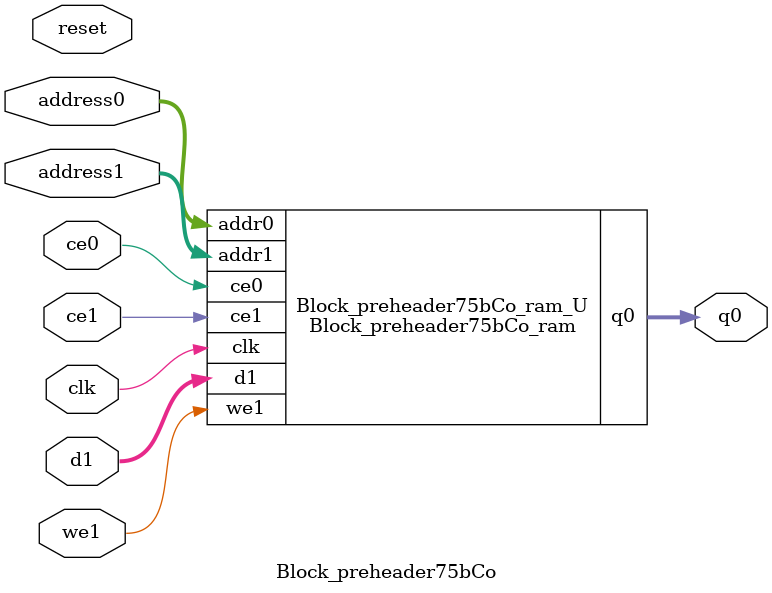
<source format=v>
`timescale 1 ns / 1 ps
module Block_preheader75bCo_ram (addr0, ce0, q0, addr1, ce1, d1, we1,  clk);

parameter DWIDTH = 4;
parameter AWIDTH = 7;
parameter MEM_SIZE = 82;

input[AWIDTH-1:0] addr0;
input ce0;
output reg[DWIDTH-1:0] q0;
input[AWIDTH-1:0] addr1;
input ce1;
input[DWIDTH-1:0] d1;
input we1;
input clk;

(* ram_style = "distributed" *)reg [DWIDTH-1:0] ram[0:MEM_SIZE-1];




always @(posedge clk)  
begin 
    if (ce0) begin
        q0 <= ram[addr0];
    end
end


always @(posedge clk)  
begin 
    if (ce1) begin
        if (we1) 
            ram[addr1] <= d1; 
    end
end


endmodule

`timescale 1 ns / 1 ps
module Block_preheader75bCo(
    reset,
    clk,
    address0,
    ce0,
    q0,
    address1,
    ce1,
    we1,
    d1);

parameter DataWidth = 32'd4;
parameter AddressRange = 32'd82;
parameter AddressWidth = 32'd7;
input reset;
input clk;
input[AddressWidth - 1:0] address0;
input ce0;
output[DataWidth - 1:0] q0;
input[AddressWidth - 1:0] address1;
input ce1;
input we1;
input[DataWidth - 1:0] d1;



Block_preheader75bCo_ram Block_preheader75bCo_ram_U(
    .clk( clk ),
    .addr0( address0 ),
    .ce0( ce0 ),
    .q0( q0 ),
    .addr1( address1 ),
    .ce1( ce1 ),
    .we1( we1 ),
    .d1( d1 ));

endmodule


</source>
